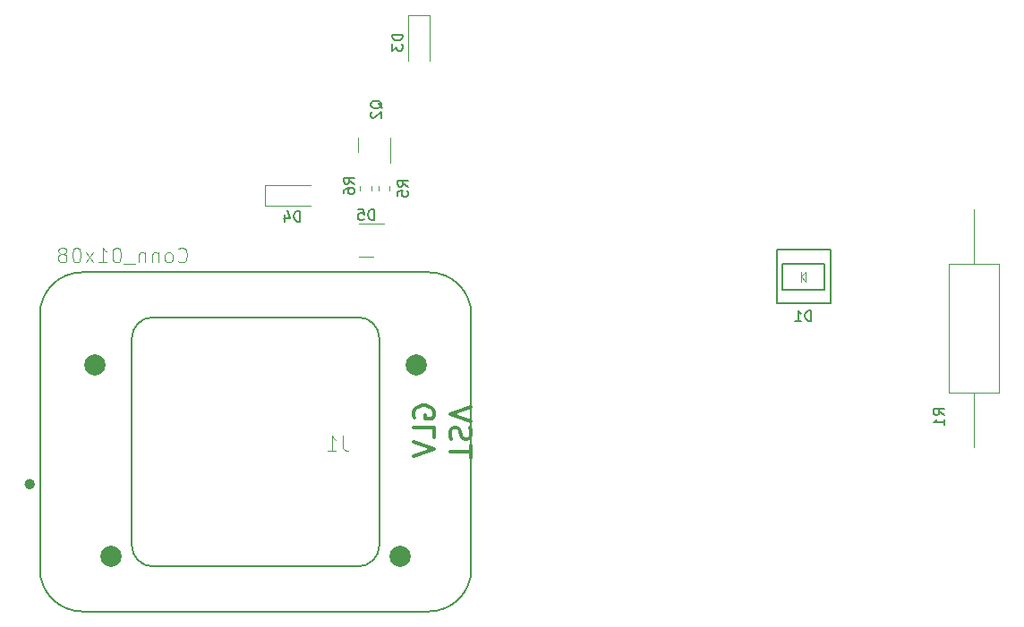
<source format=gbr>
%TF.GenerationSoftware,KiCad,Pcbnew,(6.0.1)*%
%TF.CreationDate,2022-11-29T11:44:30-05:00*%
%TF.ProjectId,pacman_side_2,7061636d-616e-45f7-9369-64655f322e6b,rev?*%
%TF.SameCoordinates,Original*%
%TF.FileFunction,Legend,Bot*%
%TF.FilePolarity,Positive*%
%FSLAX46Y46*%
G04 Gerber Fmt 4.6, Leading zero omitted, Abs format (unit mm)*
G04 Created by KiCad (PCBNEW (6.0.1)) date 2022-11-29 11:44:30*
%MOMM*%
%LPD*%
G01*
G04 APERTURE LIST*
%ADD10C,0.300000*%
%ADD11C,0.050000*%
%ADD12C,0.150000*%
%ADD13C,0.127000*%
%ADD14C,0.500000*%
%ADD15C,0.120000*%
%ADD16C,0.180000*%
%ADD17C,0.100000*%
%ADD18C,2.000000*%
G04 APERTURE END LIST*
D10*
X131748238Y-112621952D02*
X131748238Y-111479095D01*
X129748238Y-112050523D02*
X131748238Y-112050523D01*
X129843476Y-110907666D02*
X129748238Y-110621952D01*
X129748238Y-110145761D01*
X129843476Y-109955285D01*
X129938714Y-109860047D01*
X130129190Y-109764809D01*
X130319666Y-109764809D01*
X130510142Y-109860047D01*
X130605380Y-109955285D01*
X130700619Y-110145761D01*
X130795857Y-110526714D01*
X130891095Y-110717190D01*
X130986333Y-110812428D01*
X131176809Y-110907666D01*
X131367285Y-110907666D01*
X131557761Y-110812428D01*
X131653000Y-110717190D01*
X131748238Y-110526714D01*
X131748238Y-110050523D01*
X131653000Y-109764809D01*
X131748238Y-109193380D02*
X129748238Y-108526714D01*
X131748238Y-107860047D01*
X126351000Y-108844142D02*
X126255761Y-108653666D01*
X126255761Y-108367952D01*
X126351000Y-108082238D01*
X126541476Y-107891761D01*
X126731952Y-107796523D01*
X127112904Y-107701285D01*
X127398619Y-107701285D01*
X127779571Y-107796523D01*
X127970047Y-107891761D01*
X128160523Y-108082238D01*
X128255761Y-108367952D01*
X128255761Y-108558428D01*
X128160523Y-108844142D01*
X128065285Y-108939380D01*
X127398619Y-108939380D01*
X127398619Y-108558428D01*
X128255761Y-110748904D02*
X128255761Y-109796523D01*
X126255761Y-109796523D01*
X126255761Y-111129857D02*
X128255761Y-111796523D01*
X126255761Y-112463190D01*
D11*
%TO.C,J1*%
X119567513Y-110535728D02*
X119567513Y-111536256D01*
X119634215Y-111736362D01*
X119767619Y-111869766D01*
X119967724Y-111936468D01*
X120101128Y-111936468D01*
X118166773Y-111936468D02*
X118967196Y-111936468D01*
X118566984Y-111936468D02*
X118566984Y-110535728D01*
X118700388Y-110735833D01*
X118833792Y-110869237D01*
X118967196Y-110935939D01*
X104022134Y-94006853D02*
X104088847Y-94073567D01*
X104288989Y-94140281D01*
X104422416Y-94140281D01*
X104622558Y-94073567D01*
X104755985Y-93940139D01*
X104822699Y-93806712D01*
X104889413Y-93539856D01*
X104889413Y-93339715D01*
X104822699Y-93072860D01*
X104755985Y-92939432D01*
X104622558Y-92806005D01*
X104422416Y-92739291D01*
X104288989Y-92739291D01*
X104088847Y-92806005D01*
X104022134Y-92872718D01*
X103221568Y-94140281D02*
X103354995Y-94073567D01*
X103421709Y-94006853D01*
X103488423Y-93873425D01*
X103488423Y-93473143D01*
X103421709Y-93339715D01*
X103354995Y-93273001D01*
X103221568Y-93206287D01*
X103021426Y-93206287D01*
X102887999Y-93273001D01*
X102821285Y-93339715D01*
X102754571Y-93473143D01*
X102754571Y-93873425D01*
X102821285Y-94006853D01*
X102887999Y-94073567D01*
X103021426Y-94140281D01*
X103221568Y-94140281D01*
X102154147Y-93206287D02*
X102154147Y-94140281D01*
X102154147Y-93339715D02*
X102087433Y-93273001D01*
X101954005Y-93206287D01*
X101753864Y-93206287D01*
X101620436Y-93273001D01*
X101553723Y-93406429D01*
X101553723Y-94140281D01*
X100886585Y-93206287D02*
X100886585Y-94140281D01*
X100886585Y-93339715D02*
X100819871Y-93273001D01*
X100686443Y-93206287D01*
X100486302Y-93206287D01*
X100352874Y-93273001D01*
X100286160Y-93406429D01*
X100286160Y-94140281D01*
X99952591Y-94273708D02*
X98885170Y-94273708D01*
X98284746Y-92739291D02*
X98151318Y-92739291D01*
X98017891Y-92806005D01*
X97951177Y-92872718D01*
X97884463Y-93006146D01*
X97817749Y-93273001D01*
X97817749Y-93606570D01*
X97884463Y-93873425D01*
X97951177Y-94006853D01*
X98017891Y-94073567D01*
X98151318Y-94140281D01*
X98284746Y-94140281D01*
X98418174Y-94073567D01*
X98484887Y-94006853D01*
X98551601Y-93873425D01*
X98618315Y-93606570D01*
X98618315Y-93273001D01*
X98551601Y-93006146D01*
X98484887Y-92872718D01*
X98418174Y-92806005D01*
X98284746Y-92739291D01*
X96483473Y-94140281D02*
X97284039Y-94140281D01*
X96883756Y-94140281D02*
X96883756Y-92739291D01*
X97017184Y-92939432D01*
X97150611Y-93072860D01*
X97284039Y-93139574D01*
X96016476Y-94140281D02*
X95282625Y-93206287D01*
X96016476Y-93206287D02*
X95282625Y-94140281D01*
X94482059Y-92739291D02*
X94348631Y-92739291D01*
X94215204Y-92806005D01*
X94148490Y-92872718D01*
X94081776Y-93006146D01*
X94015062Y-93273001D01*
X94015062Y-93606570D01*
X94081776Y-93873425D01*
X94148490Y-94006853D01*
X94215204Y-94073567D01*
X94348631Y-94140281D01*
X94482059Y-94140281D01*
X94615486Y-94073567D01*
X94682200Y-94006853D01*
X94748914Y-93873425D01*
X94815628Y-93606570D01*
X94815628Y-93273001D01*
X94748914Y-93006146D01*
X94682200Y-92872718D01*
X94615486Y-92806005D01*
X94482059Y-92739291D01*
X93214496Y-93339715D02*
X93347924Y-93273001D01*
X93414638Y-93206287D01*
X93481352Y-93072860D01*
X93481352Y-93006146D01*
X93414638Y-92872718D01*
X93347924Y-92806005D01*
X93214496Y-92739291D01*
X92947641Y-92739291D01*
X92814214Y-92806005D01*
X92747500Y-92872718D01*
X92680786Y-93006146D01*
X92680786Y-93072860D01*
X92747500Y-93206287D01*
X92814214Y-93273001D01*
X92947641Y-93339715D01*
X93214496Y-93339715D01*
X93347924Y-93406429D01*
X93414638Y-93473143D01*
X93481352Y-93606570D01*
X93481352Y-93873425D01*
X93414638Y-94006853D01*
X93347924Y-94073567D01*
X93214496Y-94140281D01*
X92947641Y-94140281D01*
X92814214Y-94073567D01*
X92747500Y-94006853D01*
X92680786Y-93873425D01*
X92680786Y-93606570D01*
X92747500Y-93473143D01*
X92814214Y-93406429D01*
X92947641Y-93339715D01*
D12*
%TO.C,Q2*%
X123326619Y-79573071D02*
X123279000Y-79477833D01*
X123183761Y-79382595D01*
X123040904Y-79239738D01*
X122993285Y-79144500D01*
X122993285Y-79049262D01*
X123231380Y-79096881D02*
X123183761Y-79001643D01*
X123088523Y-78906405D01*
X122898047Y-78858786D01*
X122564714Y-78858786D01*
X122374238Y-78906405D01*
X122279000Y-79001643D01*
X122231380Y-79096881D01*
X122231380Y-79287357D01*
X122279000Y-79382595D01*
X122374238Y-79477833D01*
X122564714Y-79525452D01*
X122898047Y-79525452D01*
X123088523Y-79477833D01*
X123183761Y-79382595D01*
X123231380Y-79287357D01*
X123231380Y-79096881D01*
X122326619Y-79906405D02*
X122279000Y-79954024D01*
X122231380Y-80049262D01*
X122231380Y-80287357D01*
X122279000Y-80382595D01*
X122326619Y-80430214D01*
X122421857Y-80477833D01*
X122517095Y-80477833D01*
X122659952Y-80430214D01*
X123231380Y-79858786D01*
X123231380Y-80477833D01*
%TO.C,D3*%
X125267380Y-72572904D02*
X124267380Y-72572904D01*
X124267380Y-72811000D01*
X124315000Y-72953857D01*
X124410238Y-73049095D01*
X124505476Y-73096714D01*
X124695952Y-73144333D01*
X124838809Y-73144333D01*
X125029285Y-73096714D01*
X125124523Y-73049095D01*
X125219761Y-72953857D01*
X125267380Y-72811000D01*
X125267380Y-72572904D01*
X124267380Y-73477666D02*
X124267380Y-74096714D01*
X124648333Y-73763380D01*
X124648333Y-73906238D01*
X124695952Y-74001476D01*
X124743571Y-74049095D01*
X124838809Y-74096714D01*
X125076904Y-74096714D01*
X125172142Y-74049095D01*
X125219761Y-74001476D01*
X125267380Y-73906238D01*
X125267380Y-73620523D01*
X125219761Y-73525285D01*
X125172142Y-73477666D01*
%TO.C,D1*%
X163903095Y-99706380D02*
X163903095Y-98706380D01*
X163665000Y-98706380D01*
X163522142Y-98754000D01*
X163426904Y-98849238D01*
X163379285Y-98944476D01*
X163331666Y-99134952D01*
X163331666Y-99277809D01*
X163379285Y-99468285D01*
X163426904Y-99563523D01*
X163522142Y-99658761D01*
X163665000Y-99706380D01*
X163903095Y-99706380D01*
X162379285Y-99706380D02*
X162950714Y-99706380D01*
X162665000Y-99706380D02*
X162665000Y-98706380D01*
X162760238Y-98849238D01*
X162855476Y-98944476D01*
X162950714Y-98992095D01*
%TO.C,R5*%
X125771380Y-86960333D02*
X125295190Y-86627000D01*
X125771380Y-86388904D02*
X124771380Y-86388904D01*
X124771380Y-86769857D01*
X124819000Y-86865095D01*
X124866619Y-86912714D01*
X124961857Y-86960333D01*
X125104714Y-86960333D01*
X125199952Y-86912714D01*
X125247571Y-86865095D01*
X125295190Y-86769857D01*
X125295190Y-86388904D01*
X124771380Y-87865095D02*
X124771380Y-87388904D01*
X125247571Y-87341285D01*
X125199952Y-87388904D01*
X125152333Y-87484142D01*
X125152333Y-87722238D01*
X125199952Y-87817476D01*
X125247571Y-87865095D01*
X125342809Y-87912714D01*
X125580904Y-87912714D01*
X125676142Y-87865095D01*
X125723761Y-87817476D01*
X125771380Y-87722238D01*
X125771380Y-87484142D01*
X125723761Y-87388904D01*
X125676142Y-87341285D01*
%TO.C,D4*%
X115553095Y-90263380D02*
X115553095Y-89263380D01*
X115315000Y-89263380D01*
X115172142Y-89311000D01*
X115076904Y-89406238D01*
X115029285Y-89501476D01*
X114981666Y-89691952D01*
X114981666Y-89834809D01*
X115029285Y-90025285D01*
X115076904Y-90120523D01*
X115172142Y-90215761D01*
X115315000Y-90263380D01*
X115553095Y-90263380D01*
X114124523Y-89596714D02*
X114124523Y-90263380D01*
X114362619Y-89215761D02*
X114600714Y-89930047D01*
X113981666Y-89930047D01*
%TO.C,D5*%
X122553095Y-90113380D02*
X122553095Y-89113380D01*
X122315000Y-89113380D01*
X122172142Y-89161000D01*
X122076904Y-89256238D01*
X122029285Y-89351476D01*
X121981666Y-89541952D01*
X121981666Y-89684809D01*
X122029285Y-89875285D01*
X122076904Y-89970523D01*
X122172142Y-90065761D01*
X122315000Y-90113380D01*
X122553095Y-90113380D01*
X121076904Y-89113380D02*
X121553095Y-89113380D01*
X121600714Y-89589571D01*
X121553095Y-89541952D01*
X121457857Y-89494333D01*
X121219761Y-89494333D01*
X121124523Y-89541952D01*
X121076904Y-89589571D01*
X121029285Y-89684809D01*
X121029285Y-89922904D01*
X121076904Y-90018142D01*
X121124523Y-90065761D01*
X121219761Y-90113380D01*
X121457857Y-90113380D01*
X121553095Y-90065761D01*
X121600714Y-90018142D01*
%TO.C,R1*%
X176474380Y-108596133D02*
X175998190Y-108262800D01*
X176474380Y-108024704D02*
X175474380Y-108024704D01*
X175474380Y-108405657D01*
X175522000Y-108500895D01*
X175569619Y-108548514D01*
X175664857Y-108596133D01*
X175807714Y-108596133D01*
X175902952Y-108548514D01*
X175950571Y-108500895D01*
X175998190Y-108405657D01*
X175998190Y-108024704D01*
X176474380Y-109548514D02*
X176474380Y-108977085D01*
X176474380Y-109262800D02*
X175474380Y-109262800D01*
X175617238Y-109167561D01*
X175712476Y-109072323D01*
X175760095Y-108977085D01*
%TO.C,R6*%
X120691380Y-86706333D02*
X120215190Y-86373000D01*
X120691380Y-86134904D02*
X119691380Y-86134904D01*
X119691380Y-86515857D01*
X119739000Y-86611095D01*
X119786619Y-86658714D01*
X119881857Y-86706333D01*
X120024714Y-86706333D01*
X120119952Y-86658714D01*
X120167571Y-86611095D01*
X120215190Y-86515857D01*
X120215190Y-86134904D01*
X119691380Y-87563476D02*
X119691380Y-87373000D01*
X119739000Y-87277761D01*
X119786619Y-87230142D01*
X119929476Y-87134904D01*
X120119952Y-87087285D01*
X120500904Y-87087285D01*
X120596142Y-87134904D01*
X120643761Y-87182523D01*
X120691380Y-87277761D01*
X120691380Y-87468238D01*
X120643761Y-87563476D01*
X120596142Y-87611095D01*
X120500904Y-87658714D01*
X120262809Y-87658714D01*
X120167571Y-87611095D01*
X120119952Y-87563476D01*
X120072333Y-87468238D01*
X120072333Y-87277761D01*
X120119952Y-87182523D01*
X120167571Y-87134904D01*
X120262809Y-87087285D01*
D13*
%TO.C,J1*%
X101649000Y-122930000D02*
X121049000Y-122930000D01*
X131749000Y-99080000D02*
X131749000Y-123180000D01*
X127749000Y-127180000D02*
X94949000Y-127180000D01*
X94949000Y-95080000D02*
X127749000Y-95080000D01*
X121049000Y-99330000D02*
X101649000Y-99330000D01*
X99649000Y-101330000D02*
X99649000Y-120930000D01*
X90949000Y-123180000D02*
X90949000Y-99080000D01*
X123049000Y-120930000D02*
X123049000Y-101330000D01*
X99649000Y-120930000D02*
G75*
G03*
X101649000Y-122930000I1999999J-1D01*
G01*
X131749000Y-99080000D02*
G75*
G03*
X127749000Y-95080000I-4000000J0D01*
G01*
X101649000Y-99330000D02*
G75*
G03*
X99649000Y-101330000I-1J-1999999D01*
G01*
X127749000Y-127180000D02*
G75*
G03*
X131749000Y-123180000I0J4000000D01*
G01*
X123049000Y-101330000D02*
G75*
G03*
X121049000Y-99330000I-1999999J1D01*
G01*
X90949000Y-123180000D02*
G75*
G03*
X94949000Y-127180000I4000000J0D01*
G01*
X121049000Y-122930000D02*
G75*
G03*
X123049000Y-120930000I1J1999999D01*
G01*
X94949000Y-95080000D02*
G75*
G03*
X90949000Y-99080000I0J-4000000D01*
G01*
D14*
X90234000Y-115130000D02*
G75*
G03*
X90234000Y-115130000I-250000J0D01*
G01*
D15*
%TO.C,Q2*%
X124125000Y-83018810D02*
X124125000Y-84693810D01*
X124125000Y-83018810D02*
X124125000Y-82368810D01*
X121005000Y-83018810D02*
X121005000Y-83668810D01*
X121005000Y-83018810D02*
X121005000Y-82368810D01*
%TO.C,D3*%
X127815000Y-70761000D02*
X127815000Y-75061000D01*
X125815000Y-75061000D02*
X125815000Y-70761000D01*
X125815000Y-70761000D02*
X127815000Y-70761000D01*
D16*
%TO.C,D1*%
X160625000Y-92964000D02*
X160625000Y-98044000D01*
X160625000Y-98044000D02*
X165705000Y-98044000D01*
X161165000Y-96754000D02*
X165165000Y-96754000D01*
X165165000Y-96754000D02*
X165165000Y-94254000D01*
X165165000Y-94254000D02*
X161165000Y-94254000D01*
D17*
X162915000Y-95504000D02*
X163415000Y-96004000D01*
D16*
X161165000Y-94254000D02*
X161165000Y-96754000D01*
D17*
X162915000Y-96004000D02*
X162915000Y-95004000D01*
D16*
X165705000Y-92964000D02*
X160625000Y-92964000D01*
D17*
X163415000Y-96004000D02*
X163415000Y-95004000D01*
X163415000Y-95004000D02*
X162915000Y-95504000D01*
D16*
X165705000Y-98044000D02*
X165705000Y-92964000D01*
D15*
%TO.C,R5*%
X122990500Y-86889742D02*
X122990500Y-87364258D01*
X124035500Y-86889742D02*
X124035500Y-87364258D01*
%TO.C,D4*%
X112265000Y-88811000D02*
X112265000Y-86811000D01*
X116565000Y-88811000D02*
X112265000Y-88811000D01*
X112265000Y-86811000D02*
X116565000Y-86811000D01*
%TO.C,D5*%
X121815000Y-90501000D02*
X123490000Y-90501000D01*
X121815000Y-93621000D02*
X121165000Y-93621000D01*
X121815000Y-90501000D02*
X121165000Y-90501000D01*
X121815000Y-93621000D02*
X122465000Y-93621000D01*
%TO.C,R1*%
X176954000Y-94310800D02*
X181694000Y-94310800D01*
X181694000Y-106450800D02*
X176954000Y-106450800D01*
X179324000Y-111640800D02*
X179324000Y-106450800D01*
X181694000Y-94310800D02*
X181694000Y-106450800D01*
X176954000Y-106450800D02*
X176954000Y-94310800D01*
X179324000Y-89120800D02*
X179324000Y-94310800D01*
%TO.C,R6*%
X121240500Y-86889742D02*
X121240500Y-87364258D01*
X122285500Y-86889742D02*
X122285500Y-87364258D01*
%TD*%
D18*
%TO.C,J1*%
X97649000Y-121930000D03*
X125049000Y-121930000D03*
X126549000Y-103830000D03*
X96149000Y-103830000D03*
%TD*%
M02*

</source>
